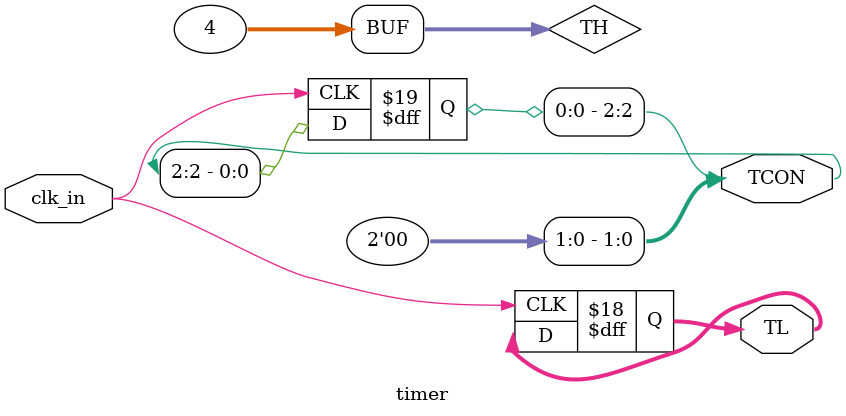
<source format=v>
module timer(
             clk_in,
             TL,
             TCON
);
    input clk_in;
    output reg [31:0] TL;

    reg [31:0] TH;
    output reg [2:0]  TCON;
    
    initial begin
        TH = 32'h00000004;
        TL = 32'h00000000;
        TCON = 3'b000;
    end
    
    always@(posedge clk_in) begin
        if(TCON[0]) begin
            if(TL == 32'hffffffff) begin
                TL <= TH;
                if(TCON[1]) TCON[2] <= 1'b1;
                else TCON[2] <= 1'b0;
            end
            else TL <= TL + 1;
        end
    end

endmodule
</source>
